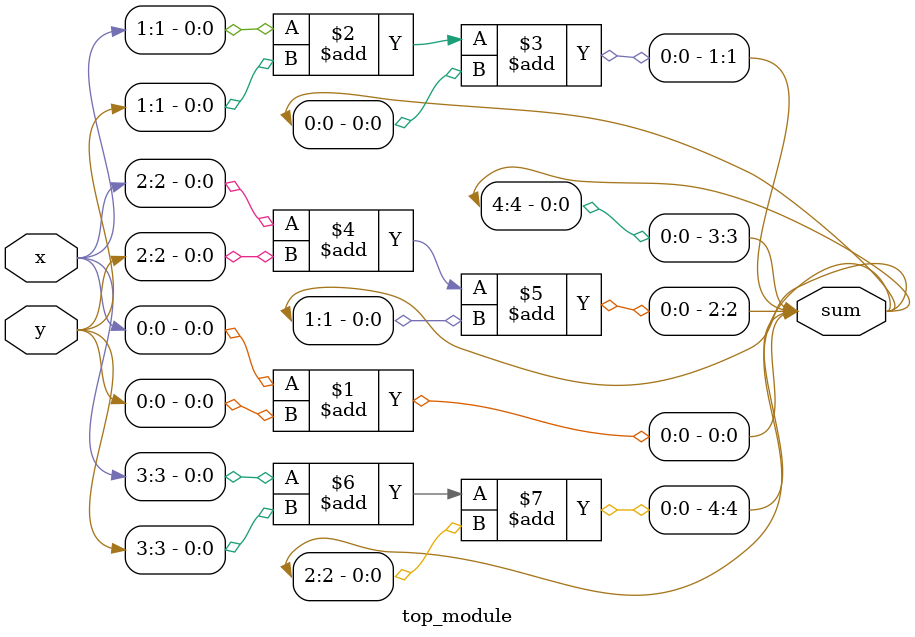
<source format=sv>
module top_module (
    input [3:0] x,
    input [3:0] y,
    output [4:0] sum
);

    assign sum[0] = x[0] + y[0]; // least significant bit of sum
    
    // Carry chain for adding 4-bit numbers
    assign sum[1] = x[1] + y[1] + sum[0];
    assign sum[2] = x[2] + y[2] + sum[1];
    assign sum[3] = x[3] + y[3] + sum[2];
    
    // Most significant bit of sum and carry bit
    assign sum[4] = sum[3];
    
endmodule

</source>
